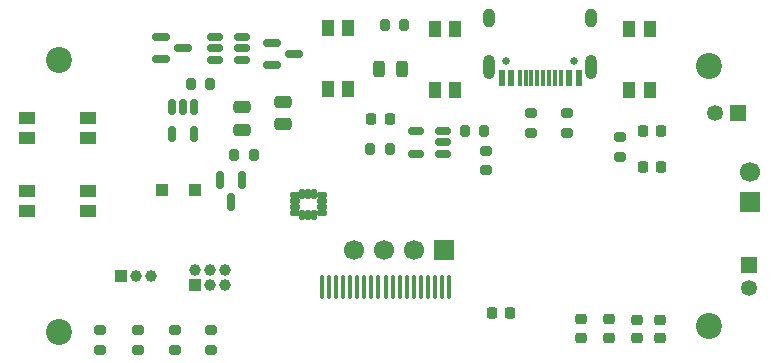
<source format=gbr>
%TF.GenerationSoftware,KiCad,Pcbnew,9.0.1*%
%TF.CreationDate,2025-11-02T14:12:38-06:00*%
%TF.ProjectId,OM-FlexGrid-Rigid-PCB,4f4d2d46-6c65-4784-9772-69642d526967,rev?*%
%TF.SameCoordinates,Original*%
%TF.FileFunction,Soldermask,Top*%
%TF.FilePolarity,Negative*%
%FSLAX46Y46*%
G04 Gerber Fmt 4.6, Leading zero omitted, Abs format (unit mm)*
G04 Created by KiCad (PCBNEW 9.0.1) date 2025-11-02 14:12:38*
%MOMM*%
%LPD*%
G01*
G04 APERTURE LIST*
G04 Aperture macros list*
%AMRoundRect*
0 Rectangle with rounded corners*
0 $1 Rounding radius*
0 $2 $3 $4 $5 $6 $7 $8 $9 X,Y pos of 4 corners*
0 Add a 4 corners polygon primitive as box body*
4,1,4,$2,$3,$4,$5,$6,$7,$8,$9,$2,$3,0*
0 Add four circle primitives for the rounded corners*
1,1,$1+$1,$2,$3*
1,1,$1+$1,$4,$5*
1,1,$1+$1,$6,$7*
1,1,$1+$1,$8,$9*
0 Add four rect primitives between the rounded corners*
20,1,$1+$1,$2,$3,$4,$5,0*
20,1,$1+$1,$4,$5,$6,$7,0*
20,1,$1+$1,$6,$7,$8,$9,0*
20,1,$1+$1,$8,$9,$2,$3,0*%
G04 Aperture macros list end*
%ADD10RoundRect,0.052500X0.122500X-0.947500X0.122500X0.947500X-0.122500X0.947500X-0.122500X-0.947500X0*%
%ADD11RoundRect,0.101600X-0.300000X-0.150000X0.300000X-0.150000X0.300000X0.150000X-0.300000X0.150000X0*%
%ADD12RoundRect,0.101600X0.150000X-0.300000X0.150000X0.300000X-0.150000X0.300000X-0.150000X-0.300000X0*%
%ADD13RoundRect,0.200000X-0.275000X0.200000X-0.275000X-0.200000X0.275000X-0.200000X0.275000X0.200000X0*%
%ADD14RoundRect,0.250000X-0.300000X-0.300000X0.300000X-0.300000X0.300000X0.300000X-0.300000X0.300000X0*%
%ADD15R,1.450000X1.000000*%
%ADD16RoundRect,0.150000X-0.150000X0.512500X-0.150000X-0.512500X0.150000X-0.512500X0.150000X0.512500X0*%
%ADD17RoundRect,0.200000X-0.200000X-0.275000X0.200000X-0.275000X0.200000X0.275000X-0.200000X0.275000X0*%
%ADD18R,1.000000X1.000000*%
%ADD19C,1.000000*%
%ADD20RoundRect,0.225000X-0.225000X-0.250000X0.225000X-0.250000X0.225000X0.250000X-0.225000X0.250000X0*%
%ADD21RoundRect,0.150000X-0.587500X-0.150000X0.587500X-0.150000X0.587500X0.150000X-0.587500X0.150000X0*%
%ADD22RoundRect,0.200000X0.200000X0.275000X-0.200000X0.275000X-0.200000X-0.275000X0.200000X-0.275000X0*%
%ADD23RoundRect,0.225000X-0.250000X0.225000X-0.250000X-0.225000X0.250000X-0.225000X0.250000X0.225000X0*%
%ADD24R,1.350000X1.350000*%
%ADD25C,1.350000*%
%ADD26C,2.200000*%
%ADD27RoundRect,0.150000X-0.512500X-0.150000X0.512500X-0.150000X0.512500X0.150000X-0.512500X0.150000X0*%
%ADD28R,1.000000X1.450000*%
%ADD29RoundRect,0.150000X-0.150000X0.587500X-0.150000X-0.587500X0.150000X-0.587500X0.150000X0.587500X0*%
%ADD30RoundRect,0.243750X0.243750X0.456250X-0.243750X0.456250X-0.243750X-0.456250X0.243750X-0.456250X0*%
%ADD31R,1.700000X1.700000*%
%ADD32C,1.700000*%
%ADD33RoundRect,0.250000X-0.475000X0.250000X-0.475000X-0.250000X0.475000X-0.250000X0.475000X0.250000X0*%
%ADD34RoundRect,0.150000X0.512500X0.150000X-0.512500X0.150000X-0.512500X-0.150000X0.512500X-0.150000X0*%
%ADD35C,0.650000*%
%ADD36R,0.600000X1.450000*%
%ADD37R,0.300000X1.450000*%
%ADD38O,1.000000X2.100000*%
%ADD39O,1.000000X1.600000*%
%ADD40RoundRect,0.225000X0.225000X0.250000X-0.225000X0.250000X-0.225000X-0.250000X0.225000X-0.250000X0*%
%ADD41RoundRect,0.250000X0.475000X-0.250000X0.475000X0.250000X-0.475000X0.250000X-0.475000X-0.250000X0*%
%ADD42RoundRect,0.200000X0.275000X-0.200000X0.275000X0.200000X-0.275000X0.200000X-0.275000X-0.200000X0*%
G04 APERTURE END LIST*
D10*
%TO.C,J3*%
X179250000Y-122700000D03*
X179850000Y-122700000D03*
X180450000Y-122700000D03*
X181050000Y-122700000D03*
X181650000Y-122700000D03*
X182250000Y-122700000D03*
X182850000Y-122700000D03*
X183450000Y-122700000D03*
X184050000Y-122700000D03*
X184650000Y-122700000D03*
X185250000Y-122700000D03*
X185850000Y-122700000D03*
X186450000Y-122700000D03*
X187050000Y-122700000D03*
X187650000Y-122700000D03*
X188250000Y-122700000D03*
X188850000Y-122700000D03*
X189450000Y-122700000D03*
X190050000Y-122700000D03*
%TD*%
D11*
%TO.C,IC1*%
X176950000Y-114950000D03*
X176950000Y-115450000D03*
X176950000Y-115950000D03*
X176950000Y-116450000D03*
D12*
X177600000Y-116600000D03*
X178100000Y-116600000D03*
X178600000Y-116600000D03*
D11*
X179250000Y-116450000D03*
X179250000Y-115950000D03*
X179250000Y-115450000D03*
X179250000Y-114950000D03*
D12*
X178600000Y-114800000D03*
X178100000Y-114800000D03*
X177600000Y-114800000D03*
%TD*%
D13*
%TO.C,R14*%
X163700000Y-126350000D03*
X163700000Y-128000000D03*
%TD*%
D14*
%TO.C,D1*%
X165700000Y-114500000D03*
X168500000Y-114500000D03*
%TD*%
D15*
%TO.C,SELECT1*%
X154300000Y-116250000D03*
X154300000Y-114550000D03*
X159450000Y-116250000D03*
X159450000Y-114550000D03*
%TD*%
D16*
%TO.C,U3*%
X168450000Y-107500000D03*
X167500000Y-107500000D03*
X166550000Y-107500000D03*
X166550000Y-109775000D03*
X168450000Y-109775000D03*
%TD*%
D15*
%TO.C,MENU1*%
X154300000Y-110100000D03*
X154300000Y-108400000D03*
X159450000Y-110100000D03*
X159450000Y-108400000D03*
%TD*%
D17*
%TO.C,R5*%
X184600000Y-100500000D03*
X186250000Y-100500000D03*
%TD*%
D18*
%TO.C,J1*%
X168480000Y-122500000D03*
D19*
X168480000Y-121230000D03*
X169750000Y-122500000D03*
X169750000Y-121230000D03*
X171020000Y-122500000D03*
X171020000Y-121230000D03*
%TD*%
D20*
%TO.C,C11*%
X193650000Y-124900000D03*
X195200000Y-124900000D03*
%TD*%
D13*
%TO.C,R2*%
X200000000Y-108000000D03*
X200000000Y-109650000D03*
%TD*%
D21*
%TO.C,Q3*%
X165625000Y-101500000D03*
X165625000Y-103400000D03*
X167500000Y-102450000D03*
%TD*%
D22*
%TO.C,R4*%
X185000000Y-111000000D03*
X183350000Y-111000000D03*
%TD*%
D23*
%TO.C,C15*%
X201200000Y-125450000D03*
X201200000Y-127000000D03*
%TD*%
D24*
%TO.C,J7*%
X215450000Y-120800000D03*
D25*
X215450000Y-122800000D03*
%TD*%
D26*
%TO.C,H1*%
X157000000Y-103500000D03*
%TD*%
D27*
%TO.C,MAX1*%
X170225000Y-101550000D03*
X170225000Y-102500000D03*
X170225000Y-103450000D03*
X172500000Y-103450000D03*
X172500000Y-102500000D03*
X172500000Y-101550000D03*
%TD*%
D28*
%TO.C,BOOT1*%
X205300000Y-100850000D03*
X207000000Y-100850000D03*
X205300000Y-106000000D03*
X207000000Y-106000000D03*
%TD*%
D29*
%TO.C,Q2*%
X172500000Y-113600000D03*
X170600000Y-113600000D03*
X171550000Y-115475000D03*
%TD*%
D13*
%TO.C,R1*%
X197000000Y-108000000D03*
X197000000Y-109650000D03*
%TD*%
D28*
%TO.C,SW_PWR1*%
X179750000Y-100750000D03*
X181450000Y-100750000D03*
X179750000Y-105900000D03*
X181450000Y-105900000D03*
%TD*%
D20*
%TO.C,C10*%
X206450000Y-112500000D03*
X208000000Y-112500000D03*
%TD*%
D30*
%TO.C,D2*%
X186000000Y-104250000D03*
X184125000Y-104250000D03*
%TD*%
D23*
%TO.C,C14*%
X203600000Y-125450000D03*
X203600000Y-127000000D03*
%TD*%
D13*
%TO.C,R8*%
X193175000Y-111175000D03*
X193175000Y-112825000D03*
%TD*%
D23*
%TO.C,C12*%
X207900000Y-125500000D03*
X207900000Y-127050000D03*
%TD*%
D20*
%TO.C,C8*%
X183450000Y-108500000D03*
X185000000Y-108500000D03*
%TD*%
D31*
%TO.C,J2*%
X215500000Y-115500000D03*
D32*
X215500000Y-112960000D03*
%TD*%
D26*
%TO.C,H4*%
X157000000Y-126500000D03*
%TD*%
D17*
%TO.C,R3*%
X168175000Y-105500000D03*
X169825000Y-105500000D03*
%TD*%
D26*
%TO.C,H2*%
X212000000Y-104000000D03*
%TD*%
D33*
%TO.C,C7*%
X176000000Y-107000000D03*
X176000000Y-108900000D03*
%TD*%
D31*
%TO.C,SCRN1*%
X189600000Y-119600000D03*
D32*
X187060000Y-119600000D03*
X184520000Y-119600000D03*
X181980000Y-119600000D03*
%TD*%
D34*
%TO.C,U4*%
X189500000Y-111400000D03*
X189500000Y-110450000D03*
X189500000Y-109500000D03*
X187225000Y-109500000D03*
X187225000Y-111400000D03*
%TD*%
D28*
%TO.C,SW_RST1*%
X188800000Y-100850000D03*
X190500000Y-100850000D03*
X188800000Y-106000000D03*
X190500000Y-106000000D03*
%TD*%
D26*
%TO.C,H3*%
X212000000Y-126000000D03*
%TD*%
D35*
%TO.C,J4*%
X200640000Y-103555000D03*
X194860000Y-103555000D03*
D36*
X201000000Y-105000000D03*
X200200000Y-105000000D03*
D37*
X199000000Y-105000000D03*
X198000000Y-105000000D03*
X197500000Y-105000000D03*
X196500000Y-105000000D03*
D36*
X195300000Y-105000000D03*
X194500000Y-105000000D03*
X194500000Y-105000000D03*
X195300000Y-105000000D03*
D37*
X196000000Y-105000000D03*
X197000000Y-105000000D03*
X198500000Y-105000000D03*
X199500000Y-105000000D03*
D36*
X200200000Y-105000000D03*
X201000000Y-105000000D03*
D38*
X202070000Y-104085000D03*
D39*
X202070000Y-99905000D03*
D38*
X193430000Y-104085000D03*
D39*
X193430000Y-99905000D03*
%TD*%
D40*
%TO.C,C5*%
X208000000Y-109500000D03*
X206450000Y-109500000D03*
%TD*%
D17*
%TO.C,R7*%
X191350000Y-109500000D03*
X193000000Y-109500000D03*
%TD*%
D41*
%TO.C,C6*%
X172500000Y-109400000D03*
X172500000Y-107500000D03*
%TD*%
D13*
%TO.C,R15*%
X160500000Y-126350000D03*
X160500000Y-128000000D03*
%TD*%
%TO.C,R12*%
X169900000Y-126350000D03*
X169900000Y-128000000D03*
%TD*%
D42*
%TO.C,R6*%
X204500000Y-111650000D03*
X204500000Y-110000000D03*
%TD*%
D13*
%TO.C,R13*%
X166800000Y-126350000D03*
X166800000Y-128000000D03*
%TD*%
D21*
%TO.C,D3*%
X175000000Y-102000000D03*
X175000000Y-103900000D03*
X176875000Y-102950000D03*
%TD*%
D17*
%TO.C,R9*%
X171850000Y-111500000D03*
X173500000Y-111500000D03*
%TD*%
D18*
%TO.C,J6*%
X162230000Y-121750000D03*
D19*
X163500000Y-121750000D03*
X164770000Y-121750000D03*
%TD*%
D23*
%TO.C,C13*%
X205950000Y-125500000D03*
X205950000Y-127050000D03*
%TD*%
D24*
%TO.C,J5*%
X214500000Y-108000000D03*
D25*
X212500000Y-108000000D03*
%TD*%
M02*

</source>
